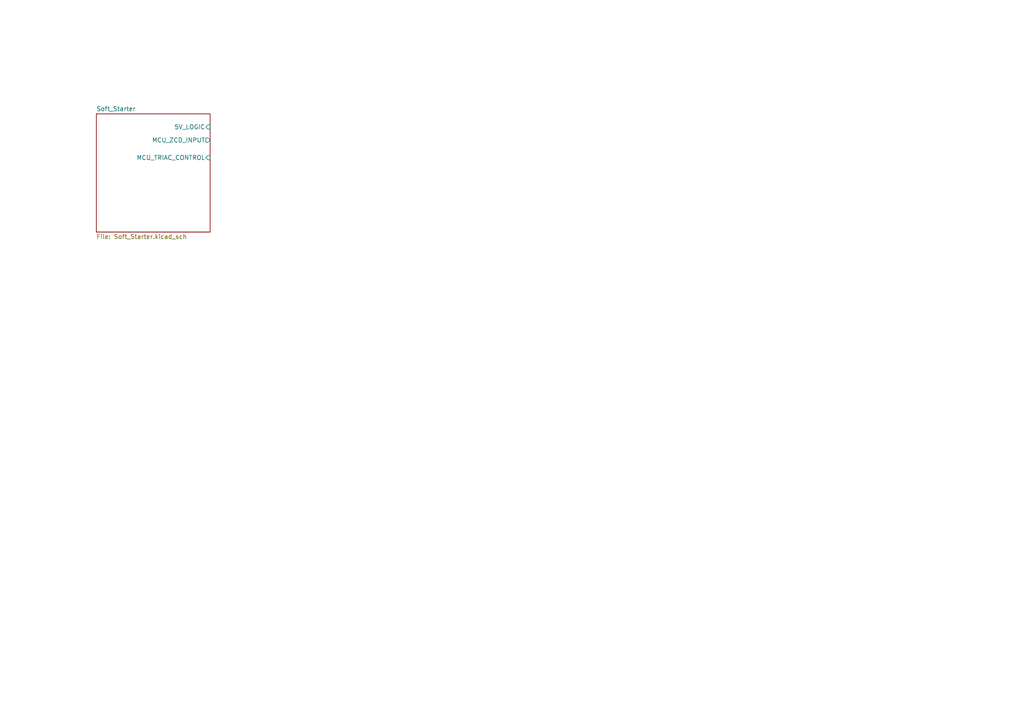
<source format=kicad_sch>
(kicad_sch (version 20211123) (generator eeschema)
  (paper "A4")
  (title_block (title "Controller Board") (date "2022-09-20") (rev "1"))
  (lib_symbols)
  (sheet (at 27.94 33.02) (size 33.02 34.29) (stroke (width 0.1524))
    (property "Sheet name" "Soft_Starter" (at 27.94 32.3084 0) (effects (justify left bottom)))
    (property "Sheet file" "Soft_Starter.kicad_sch" (at 27.94 67.8946 0) (effects (justify left top)))
    (pin "5V_LOGIC" input (at 60.96 36.83 0))
    (pin "MCU_ZCD_INPUT" output (at 60.96 40.64 0))
    (pin "MCU_TRIAC_CONTROL" input (at 60.96 45.72 0))
  )
)
</source>
